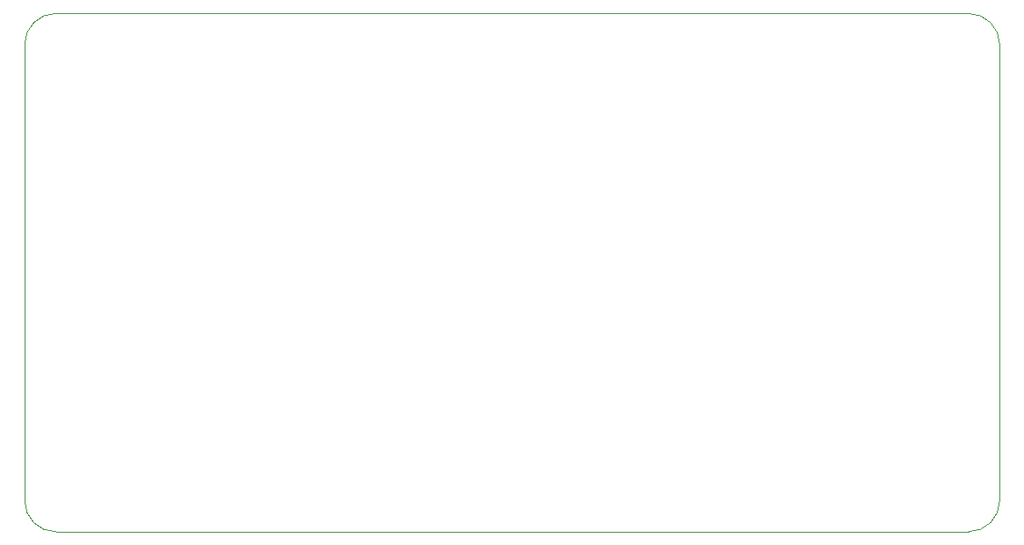
<source format=gm1>
%TF.GenerationSoftware,KiCad,Pcbnew,(6.0.10)*%
%TF.CreationDate,2023-01-30T20:00:39-06:00*%
%TF.ProjectId,mypaintbrush_normal,6d797061-696e-4746-9272-7573685f6e6f,rev?*%
%TF.SameCoordinates,Original*%
%TF.FileFunction,Profile,NP*%
%FSLAX46Y46*%
G04 Gerber Fmt 4.6, Leading zero omitted, Abs format (unit mm)*
G04 Created by KiCad (PCBNEW (6.0.10)) date 2023-01-30 20:00:39*
%MOMM*%
%LPD*%
G01*
G04 APERTURE LIST*
%TA.AperFunction,Profile*%
%ADD10C,0.050000*%
%TD*%
G04 APERTURE END LIST*
D10*
X75901739Y-65599424D02*
X75901738Y-21599424D01*
X75901678Y-65599424D02*
G75*
G03*
X78901741Y-68599422I3000022J24D01*
G01*
X169901739Y-21599423D02*
X169901737Y-65599424D01*
X78901738Y-18599436D02*
G75*
G03*
X75901736Y-21599422I-38J-2999964D01*
G01*
X166901732Y-68599424D02*
X78901736Y-68599424D01*
X169901678Y-21599423D02*
G75*
G03*
X166901736Y-18599422I-2999978J23D01*
G01*
X166901737Y-68599437D02*
G75*
G03*
X169901737Y-65599424I-37J3000037D01*
G01*
X78901738Y-18599424D02*
X166901737Y-18599423D01*
M02*

</source>
